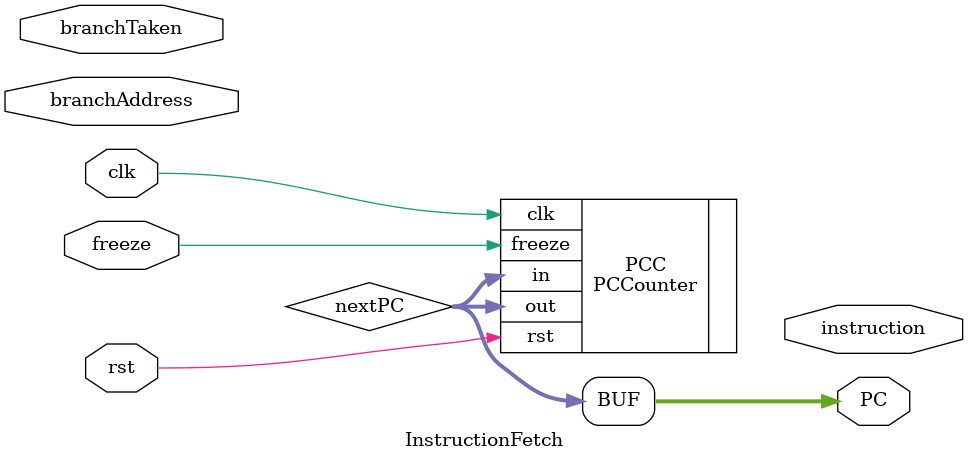
<source format=v>

module InstructionFetch(clk, rst, freeze, branchTaken, branchAddress, PC, instruction);
	input wire clk, rst;
	input wire freeze, branchTaken;
	input wire[31:0] branchAddress;
	output wire[31:0] PC, instruction;

	wire[31:0] nextPC;
	PCCounter PCC(.clk(clk), .rst(rst), .in(nextPC), .freeze(freeze), .out(nextPC));
	assign PC = nextPC;
	
	
endmodule // IF

</source>
